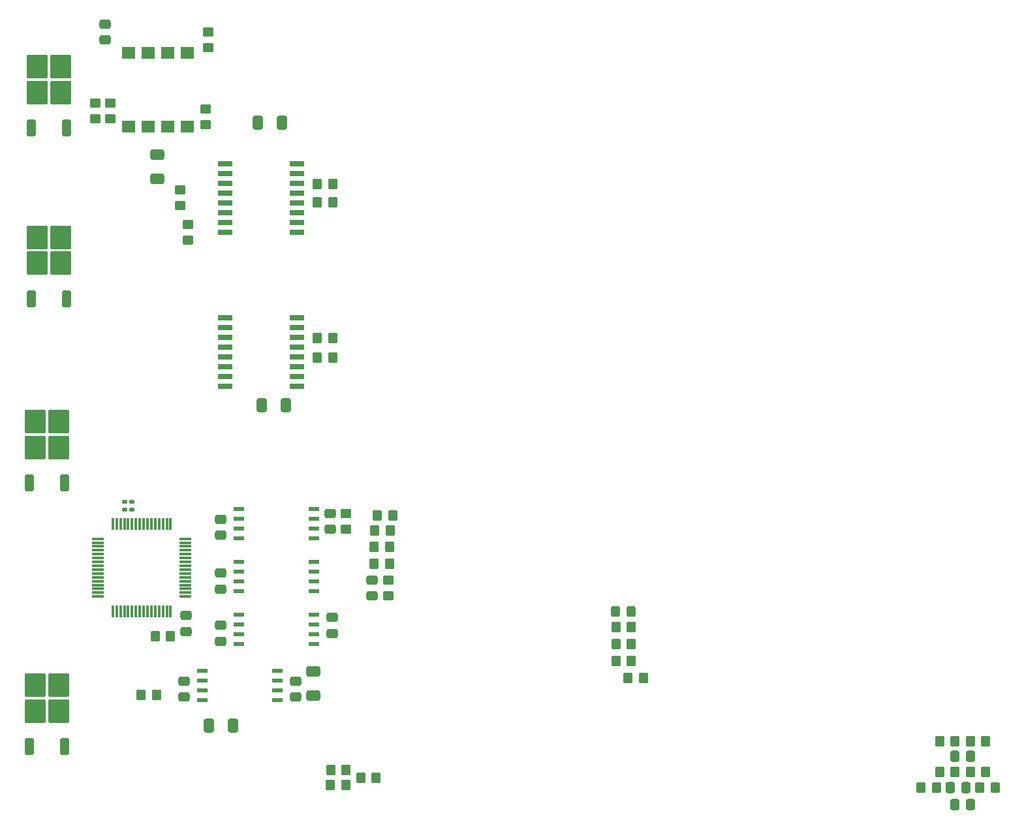
<source format=gbr>
%TF.GenerationSoftware,KiCad,Pcbnew,7.0.9*%
%TF.CreationDate,2024-05-31T16:15:52+05:30*%
%TF.ProjectId,LU,4c552e6b-6963-4616-945f-706362585858,v1.0*%
%TF.SameCoordinates,Original*%
%TF.FileFunction,Paste,Top*%
%TF.FilePolarity,Positive*%
%FSLAX46Y46*%
G04 Gerber Fmt 4.6, Leading zero omitted, Abs format (unit mm)*
G04 Created by KiCad (PCBNEW 7.0.9) date 2024-05-31 16:15:52*
%MOMM*%
%LPD*%
G01*
G04 APERTURE LIST*
G04 Aperture macros list*
%AMRoundRect*
0 Rectangle with rounded corners*
0 $1 Rounding radius*
0 $2 $3 $4 $5 $6 $7 $8 $9 X,Y pos of 4 corners*
0 Add a 4 corners polygon primitive as box body*
4,1,4,$2,$3,$4,$5,$6,$7,$8,$9,$2,$3,0*
0 Add four circle primitives for the rounded corners*
1,1,$1+$1,$2,$3*
1,1,$1+$1,$4,$5*
1,1,$1+$1,$6,$7*
1,1,$1+$1,$8,$9*
0 Add four rect primitives between the rounded corners*
20,1,$1+$1,$2,$3,$4,$5,0*
20,1,$1+$1,$4,$5,$6,$7,0*
20,1,$1+$1,$6,$7,$8,$9,0*
20,1,$1+$1,$8,$9,$2,$3,0*%
G04 Aperture macros list end*
%ADD10R,1.473200X0.558800*%
%ADD11R,1.850000X0.650000*%
%ADD12R,1.780000X1.520000*%
%ADD13R,1.750000X1.520000*%
%ADD14RoundRect,0.135000X0.185000X-0.135000X0.185000X0.135000X-0.185000X0.135000X-0.185000X-0.135000X0*%
%ADD15RoundRect,0.250000X-0.350000X-0.450000X0.350000X-0.450000X0.350000X0.450000X-0.350000X0.450000X0*%
%ADD16RoundRect,0.250000X-0.450000X0.350000X-0.450000X-0.350000X0.450000X-0.350000X0.450000X0.350000X0*%
%ADD17RoundRect,0.250000X0.350000X0.450000X-0.350000X0.450000X-0.350000X-0.450000X0.350000X-0.450000X0*%
%ADD18RoundRect,0.250000X0.475000X-0.337500X0.475000X0.337500X-0.475000X0.337500X-0.475000X-0.337500X0*%
%ADD19RoundRect,0.250000X0.450000X-0.350000X0.450000X0.350000X-0.450000X0.350000X-0.450000X-0.350000X0*%
%ADD20RoundRect,0.250000X-0.475000X0.337500X-0.475000X-0.337500X0.475000X-0.337500X0.475000X0.337500X0*%
%ADD21RoundRect,0.250000X-0.337500X-0.475000X0.337500X-0.475000X0.337500X0.475000X-0.337500X0.475000X0*%
%ADD22RoundRect,0.075000X-0.075000X-0.700000X0.075000X-0.700000X0.075000X0.700000X-0.075000X0.700000X0*%
%ADD23RoundRect,0.075000X-0.700000X-0.075000X0.700000X-0.075000X0.700000X0.075000X-0.700000X0.075000X0*%
%ADD24RoundRect,0.250000X0.325000X0.450000X-0.325000X0.450000X-0.325000X-0.450000X0.325000X-0.450000X0*%
%ADD25RoundRect,0.250000X0.350000X-0.850000X0.350000X0.850000X-0.350000X0.850000X-0.350000X-0.850000X0*%
%ADD26RoundRect,0.250000X1.125000X-1.275000X1.125000X1.275000X-1.125000X1.275000X-1.125000X-1.275000X0*%
%ADD27RoundRect,0.135000X-0.185000X0.135000X-0.185000X-0.135000X0.185000X-0.135000X0.185000X0.135000X0*%
%ADD28RoundRect,0.250000X-0.412500X-0.650000X0.412500X-0.650000X0.412500X0.650000X-0.412500X0.650000X0*%
%ADD29RoundRect,0.250000X-0.650000X0.412500X-0.650000X-0.412500X0.650000X-0.412500X0.650000X0.412500X0*%
G04 APERTURE END LIST*
D10*
%TO.C,U12*%
X47306800Y-102415000D03*
X47306800Y-101145000D03*
X47306800Y-99875000D03*
X47306800Y-98605000D03*
X37553200Y-98605000D03*
X37553200Y-99875000D03*
X37553200Y-101145000D03*
X37553200Y-102415000D03*
%TD*%
%TO.C,U11*%
X52056800Y-95165000D03*
X52056800Y-93895000D03*
X52056800Y-92625000D03*
X52056800Y-91355000D03*
X42303200Y-91355000D03*
X42303200Y-92625000D03*
X42303200Y-93895000D03*
X42303200Y-95165000D03*
%TD*%
%TO.C,U10*%
X52047900Y-88312800D03*
X52047900Y-87042800D03*
X52047900Y-85772800D03*
X52047900Y-84502800D03*
X42294300Y-84502800D03*
X42294300Y-85772800D03*
X42294300Y-87042800D03*
X42294300Y-88312800D03*
%TD*%
%TO.C,U9*%
X52056800Y-81415000D03*
X52056800Y-80145000D03*
X52056800Y-78875000D03*
X52056800Y-77605000D03*
X42303200Y-77605000D03*
X42303200Y-78875000D03*
X42303200Y-80145000D03*
X42303200Y-81415000D03*
%TD*%
D11*
%TO.C,IC5*%
X49855000Y-41760000D03*
X49855000Y-40490000D03*
X49855000Y-39220000D03*
X49855000Y-37950000D03*
X49855000Y-36680000D03*
X49855000Y-35410000D03*
X49855000Y-34140000D03*
X49855000Y-32870000D03*
X40505000Y-32870000D03*
X40505000Y-34140000D03*
X40505000Y-35410000D03*
X40505000Y-36680000D03*
X40505000Y-37950000D03*
X40505000Y-39220000D03*
X40505000Y-40490000D03*
X40505000Y-41760000D03*
%TD*%
%TO.C,IC1*%
X49855000Y-61760000D03*
X49855000Y-60490000D03*
X49855000Y-59220000D03*
X49855000Y-57950000D03*
X49855000Y-56680000D03*
X49855000Y-55410000D03*
X49855000Y-54140000D03*
X49855000Y-52870000D03*
X40505000Y-52870000D03*
X40505000Y-54140000D03*
X40505000Y-55410000D03*
X40505000Y-56680000D03*
X40505000Y-57950000D03*
X40505000Y-59220000D03*
X40505000Y-60490000D03*
X40505000Y-61760000D03*
%TD*%
D12*
%TO.C,U16*%
X27965000Y-18490000D03*
X30505000Y-18490000D03*
X33045000Y-18490000D03*
X35585000Y-18490000D03*
X35585000Y-28010000D03*
X33045000Y-28010000D03*
D13*
X30505000Y-28010000D03*
D12*
X27965000Y-28010000D03*
%TD*%
D14*
%TO.C,R60*%
X27430000Y-76750000D03*
X27430000Y-77770000D03*
%TD*%
D15*
%TO.C,R58*%
X33430000Y-94160000D03*
X31430000Y-94160000D03*
%TD*%
D16*
%TO.C,R56*%
X56180000Y-80260000D03*
X56180000Y-78260000D03*
%TD*%
D17*
%TO.C,R39*%
X58080000Y-112490000D03*
X60080000Y-112490000D03*
%TD*%
D18*
%TO.C,C64*%
X35430000Y-91472500D03*
X35430000Y-93547500D03*
%TD*%
D19*
%TO.C,R10*%
X35680000Y-40760000D03*
X35680000Y-42760000D03*
%TD*%
D20*
%TO.C,C48*%
X49680000Y-102047500D03*
X49680000Y-99972500D03*
%TD*%
D15*
%TO.C,R28*%
X139180000Y-111760000D03*
X137180000Y-111760000D03*
%TD*%
D16*
%TO.C,R61*%
X37930000Y-27760000D03*
X37930000Y-25760000D03*
%TD*%
%TO.C,R48*%
X61650000Y-88890000D03*
X61650000Y-86890000D03*
%TD*%
D21*
%TO.C,C36*%
X136617500Y-113760000D03*
X134542500Y-113760000D03*
%TD*%
D15*
%TO.C,R71*%
X93180000Y-92960000D03*
X91180000Y-92960000D03*
%TD*%
D16*
%TO.C,R64*%
X38335000Y-17760000D03*
X38335000Y-15760000D03*
%TD*%
D22*
%TO.C,U14*%
X25930000Y-79585000D03*
X26430000Y-79585000D03*
X26930000Y-79585000D03*
X27430000Y-79585000D03*
X27930000Y-79585000D03*
X28430000Y-79585000D03*
X28930000Y-79585000D03*
X29430000Y-79585000D03*
X29930000Y-79585000D03*
X30430000Y-79585000D03*
X30930000Y-79585000D03*
X31430000Y-79585000D03*
X31930000Y-79585000D03*
X32430000Y-79585000D03*
X32930000Y-79585000D03*
X33430000Y-79585000D03*
D23*
X35355000Y-81510000D03*
X35355000Y-82010000D03*
X35355000Y-82510000D03*
X35355000Y-83010000D03*
X35355000Y-83510000D03*
X35355000Y-84010000D03*
X35355000Y-84510000D03*
X35355000Y-85010000D03*
X35355000Y-85510000D03*
X35355000Y-86010000D03*
X35355000Y-86510000D03*
X35355000Y-87010000D03*
X35355000Y-87510000D03*
X35355000Y-88010000D03*
X35355000Y-88510000D03*
X35355000Y-89010000D03*
D22*
X33430000Y-90935000D03*
X32930000Y-90935000D03*
X32430000Y-90935000D03*
X31930000Y-90935000D03*
X31430000Y-90935000D03*
X30930000Y-90935000D03*
X30430000Y-90935000D03*
X29930000Y-90935000D03*
X29430000Y-90935000D03*
X28930000Y-90935000D03*
X28430000Y-90935000D03*
X27930000Y-90935000D03*
X27430000Y-90935000D03*
X26930000Y-90935000D03*
X26430000Y-90935000D03*
X25930000Y-90935000D03*
D23*
X24005000Y-89010000D03*
X24005000Y-88510000D03*
X24005000Y-88010000D03*
X24005000Y-87510000D03*
X24005000Y-87010000D03*
X24005000Y-86510000D03*
X24005000Y-86010000D03*
X24005000Y-85510000D03*
X24005000Y-85010000D03*
X24005000Y-84510000D03*
X24005000Y-84010000D03*
X24005000Y-83510000D03*
X24005000Y-83010000D03*
X24005000Y-82510000D03*
X24005000Y-82010000D03*
X24005000Y-81510000D03*
%TD*%
D20*
%TO.C,C47*%
X54430000Y-93797500D03*
X54430000Y-91722500D03*
%TD*%
D15*
%TO.C,R67*%
X93180000Y-97360000D03*
X91180000Y-97360000D03*
%TD*%
D17*
%TO.C,R31*%
X133180000Y-111760000D03*
X135180000Y-111760000D03*
%TD*%
D21*
%TO.C,C33*%
X137217500Y-116010000D03*
X135142500Y-116010000D03*
%TD*%
D17*
%TO.C,R32*%
X133180000Y-107760000D03*
X135180000Y-107760000D03*
%TD*%
D15*
%TO.C,R6*%
X54480000Y-37860000D03*
X52480000Y-37860000D03*
%TD*%
D20*
%TO.C,C57*%
X35180000Y-102047500D03*
X35180000Y-99972500D03*
%TD*%
D15*
%TO.C,R47*%
X61830000Y-84720000D03*
X59830000Y-84720000D03*
%TD*%
D24*
%TO.C,D9*%
X91155000Y-90960000D03*
X93205000Y-90960000D03*
%TD*%
D15*
%TO.C,R1*%
X54480000Y-55460000D03*
X52480000Y-55460000D03*
%TD*%
D25*
%TO.C,U5*%
X19640000Y-108500000D03*
D26*
X18885000Y-100525000D03*
X15835000Y-100525000D03*
X18885000Y-103875000D03*
X15835000Y-103875000D03*
D25*
X15080000Y-108500000D03*
%TD*%
D15*
%TO.C,R5*%
X54480000Y-57960000D03*
X52480000Y-57960000D03*
%TD*%
D17*
%TO.C,R44*%
X60270000Y-78470000D03*
X62270000Y-78470000D03*
%TD*%
D27*
%TO.C,R59*%
X28430000Y-77770000D03*
X28430000Y-76750000D03*
%TD*%
D15*
%TO.C,R45*%
X61920000Y-80480000D03*
X59920000Y-80480000D03*
%TD*%
D18*
%TO.C,C71*%
X24930000Y-14722500D03*
X24930000Y-16797500D03*
%TD*%
D28*
%TO.C,C24*%
X47842500Y-27560000D03*
X44717500Y-27560000D03*
%TD*%
D17*
%TO.C,R42*%
X54200000Y-111480000D03*
X56200000Y-111480000D03*
%TD*%
D15*
%TO.C,R29*%
X139180000Y-107760000D03*
X137180000Y-107760000D03*
%TD*%
D25*
%TO.C,U2*%
X19700000Y-74300000D03*
D26*
X18945000Y-66325000D03*
X15895000Y-66325000D03*
X18945000Y-69675000D03*
X15895000Y-69675000D03*
D25*
X15140000Y-74300000D03*
%TD*%
D20*
%TO.C,C55*%
X39930000Y-94797500D03*
X39930000Y-92722500D03*
%TD*%
D17*
%TO.C,R27*%
X138380000Y-113760000D03*
X140380000Y-113760000D03*
%TD*%
D20*
%TO.C,C53*%
X39930000Y-88047500D03*
X39930000Y-85972500D03*
%TD*%
D17*
%TO.C,R69*%
X91180000Y-95160000D03*
X93180000Y-95160000D03*
%TD*%
D28*
%TO.C,C38*%
X41492500Y-105760000D03*
X38367500Y-105760000D03*
%TD*%
D19*
%TO.C,R62*%
X25580000Y-25010000D03*
X25580000Y-27010000D03*
%TD*%
D15*
%TO.C,R43*%
X56180000Y-113490000D03*
X54180000Y-113490000D03*
%TD*%
D25*
%TO.C,U3*%
X19935000Y-50385000D03*
D26*
X19180000Y-42410000D03*
X16130000Y-42410000D03*
X19180000Y-45760000D03*
X16130000Y-45760000D03*
D25*
X15375000Y-50385000D03*
%TD*%
D19*
%TO.C,R9*%
X34680000Y-36260000D03*
X34680000Y-38260000D03*
%TD*%
D20*
%TO.C,C17*%
X59530000Y-88927500D03*
X59530000Y-86852500D03*
%TD*%
D19*
%TO.C,R63*%
X23680000Y-25010000D03*
X23680000Y-27010000D03*
%TD*%
D29*
%TO.C,C15*%
X31680000Y-34822500D03*
X31680000Y-31697500D03*
%TD*%
D21*
%TO.C,C37*%
X137217500Y-109760000D03*
X135142500Y-109760000D03*
%TD*%
D15*
%TO.C,R68*%
X94780000Y-99560000D03*
X92780000Y-99560000D03*
%TD*%
D25*
%TO.C,U1*%
X19935000Y-28235000D03*
D26*
X19180000Y-20260000D03*
X16130000Y-20260000D03*
X19180000Y-23610000D03*
X16130000Y-23610000D03*
D25*
X15375000Y-28235000D03*
%TD*%
D15*
%TO.C,R30*%
X132780000Y-113760000D03*
X130780000Y-113760000D03*
%TD*%
D28*
%TO.C,C9*%
X48342500Y-64160000D03*
X45217500Y-64160000D03*
%TD*%
D20*
%TO.C,C42*%
X54180000Y-80297500D03*
X54180000Y-78222500D03*
%TD*%
D15*
%TO.C,R3*%
X54480000Y-35460000D03*
X52480000Y-35460000D03*
%TD*%
%TO.C,R75*%
X31580000Y-101760000D03*
X29580000Y-101760000D03*
%TD*%
D17*
%TO.C,R46*%
X59840000Y-82590000D03*
X61840000Y-82590000D03*
%TD*%
D20*
%TO.C,C51*%
X39930000Y-81047500D03*
X39930000Y-78972500D03*
%TD*%
D29*
%TO.C,C49*%
X51930000Y-101822500D03*
X51930000Y-98697500D03*
%TD*%
M02*

</source>
